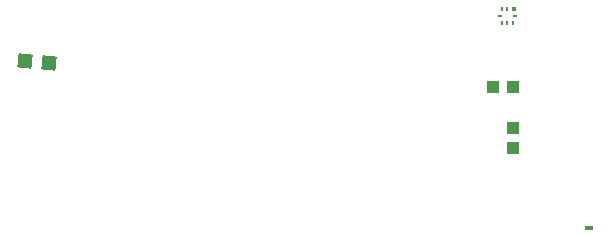
<source format=gbr>
%TF.GenerationSoftware,KiCad,Pcbnew,(6.0.5)*%
%TF.CreationDate,2023-01-03T21:16:03-06:00*%
%TF.ProjectId,NFC_BusinessCard,4e46435f-4275-4736-996e-657373436172,rev?*%
%TF.SameCoordinates,Original*%
%TF.FileFunction,Paste,Top*%
%TF.FilePolarity,Positive*%
%FSLAX46Y46*%
G04 Gerber Fmt 4.6, Leading zero omitted, Abs format (unit mm)*
G04 Created by KiCad (PCBNEW (6.0.5)) date 2023-01-03 21:16:03*
%MOMM*%
%LPD*%
G01*
G04 APERTURE LIST*
G04 Aperture macros list*
%AMRotRect*
0 Rectangle, with rotation*
0 The origin of the aperture is its center*
0 $1 length*
0 $2 width*
0 $3 Rotation angle, in degrees counterclockwise*
0 Add horizontal line*
21,1,$1,$2,0,0,$3*%
G04 Aperture macros list end*
%ADD10R,1.100000X1.000000*%
%ADD11R,0.450000X0.270000*%
%ADD12R,0.370000X0.450000*%
%ADD13R,0.270000X0.450000*%
%ADD14R,0.750000X0.300000*%
%ADD15RotRect,1.200000X1.200000X354.000000*%
G04 APERTURE END LIST*
D10*
%TO.C,C1*%
X156031100Y-93783100D03*
X154331100Y-93783100D03*
%TD*%
D11*
%TO.C,NT3H1101*%
X154937100Y-87699100D03*
D12*
X156087100Y-87099100D03*
D11*
X156137100Y-87699100D03*
D13*
X155037100Y-87099100D03*
X155037100Y-88299100D03*
X155537100Y-88299100D03*
X156037100Y-88299100D03*
X155537100Y-87099100D03*
%TD*%
D14*
%TO.C,ANT0*%
X162465100Y-105651100D03*
%TD*%
D15*
%TO.C,LED1*%
X116738400Y-91744800D03*
X114649904Y-91525290D03*
%TD*%
D10*
%TO.C,R1*%
X156045100Y-97189100D03*
X156045100Y-98889100D03*
%TD*%
M02*

</source>
